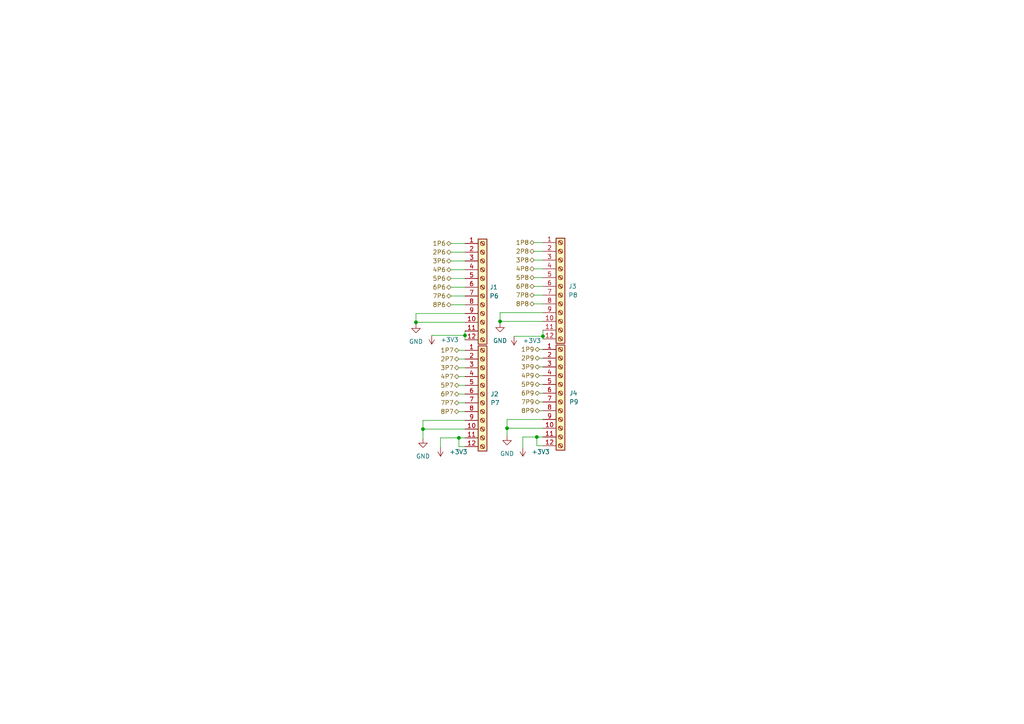
<source format=kicad_sch>
(kicad_sch (version 20211123) (generator eeschema)
  (paper "A4")
  (lib_symbols
    (symbol "Connector:Screw_Terminal_01x12" (pin_names (offset 1.016) hide)
      (property "Reference" "J" (at 0 15.24 0))
      (property "Value" "Screw_Terminal_01x12" (at 0 -17.78 0))
      (symbol "Screw_Terminal_01x12_1_1"
        (rectangle (start -1.27 13.97) (end 1.27 -16.51) (stroke (width 0.254)) (fill (type background)))
        (circle (center 0 -15.24) (radius 0.635) (stroke (width 0.1524)))
        (circle (center 0 -12.7) (radius 0.635) (stroke (width 0.1524)))
        (circle (center 0 -10.16) (radius 0.635) (stroke (width 0.1524)))
        (circle (center 0 -7.62) (radius 0.635) (stroke (width 0.1524)))
        (circle (center 0 -5.08) (radius 0.635) (stroke (width 0.1524)))
        (circle (center 0 -2.54) (radius 0.635) (stroke (width 0.1524)))
        (polyline (pts (xy -0.5334 -14.9098) (xy 0.3302 -15.748)) (stroke (width 0.1524)))
        (polyline (pts (xy -0.5334 -12.3698) (xy 0.3302 -13.208)) (stroke (width 0.1524)))
        (polyline (pts (xy -0.5334 -9.8298) (xy 0.3302 -10.668)) (stroke (width 0.1524)))
        (polyline (pts (xy -0.5334 -7.2898) (xy 0.3302 -8.128)) (stroke (width 0.1524)))
        (polyline (pts (xy -0.5334 -4.7498) (xy 0.3302 -5.588)) (stroke (width 0.1524)))
        (polyline (pts (xy -0.5334 -2.2098) (xy 0.3302 -3.048)) (stroke (width 0.1524)))
        (polyline (pts (xy -0.5334 0.3302) (xy 0.3302 -0.508)) (stroke (width 0.1524)))
        (polyline (pts (xy -0.5334 2.8702) (xy 0.3302 2.032)) (stroke (width 0.1524)))
        (polyline (pts (xy -0.5334 5.4102) (xy 0.3302 4.572)) (stroke (width 0.1524)))
        (polyline (pts (xy -0.5334 7.9502) (xy 0.3302 7.112)) (stroke (width 0.1524)))
        (polyline (pts (xy -0.5334 10.4902) (xy 0.3302 9.652)) (stroke (width 0.1524)))
        (polyline (pts (xy -0.5334 13.0302) (xy 0.3302 12.192)) (stroke (width 0.1524)))
        (polyline (pts (xy -0.3556 -14.732) (xy 0.508 -15.5702)) (stroke (width 0.1524)))
        (polyline (pts (xy -0.3556 -12.192) (xy 0.508 -13.0302)) (stroke (width 0.1524)))
        (polyline (pts (xy -0.3556 -9.652) (xy 0.508 -10.4902)) (stroke (width 0.1524)))
        (polyline (pts (xy -0.3556 -7.112) (xy 0.508 -7.9502)) (stroke (width 0.1524)))
        (polyline (pts (xy -0.3556 -4.572) (xy 0.508 -5.4102)) (stroke (width 0.1524)))
        (polyline (pts (xy -0.3556 -2.032) (xy 0.508 -2.8702)) (stroke (width 0.1524)))
        (polyline (pts (xy -0.3556 0.508) (xy 0.508 -0.3302)) (stroke (width 0.1524)))
        (polyline (pts (xy -0.3556 3.048) (xy 0.508 2.2098)) (stroke (width 0.1524)))
        (polyline (pts (xy -0.3556 5.588) (xy 0.508 4.7498)) (stroke (width 0.1524)))
        (polyline (pts (xy -0.3556 8.128) (xy 0.508 7.2898)) (stroke (width 0.1524)))
        (polyline (pts (xy -0.3556 10.668) (xy 0.508 9.8298)) (stroke (width 0.1524)))
        (polyline (pts (xy -0.3556 13.208) (xy 0.508 12.3698)) (stroke (width 0.1524)))
        (circle (center 0 0) (radius 0.635) (stroke (width 0.1524)))
        (circle (center 0 2.54) (radius 0.635) (stroke (width 0.1524)))
        (circle (center 0 5.08) (radius 0.635) (stroke (width 0.1524)))
        (circle (center 0 7.62) (radius 0.635) (stroke (width 0.1524)))
        (circle (center 0 10.16) (radius 0.635) (stroke (width 0.1524)))
        (circle (center 0 12.7) (radius 0.635) (stroke (width 0.1524)))
        (pin passive line (at -5.08 12.7 0) (length 3.81) (name "Pin_1") (number "1"))
        (pin passive line (at -5.08 -10.16 0) (length 3.81) (name "Pin_10") (number "10"))
        (pin passive line (at -5.08 -12.7 0) (length 3.81) (name "Pin_11") (number "11"))
        (pin passive line (at -5.08 -15.24 0) (length 3.81) (name "Pin_12") (number "12"))
        (pin passive line (at -5.08 10.16 0) (length 3.81) (name "Pin_2") (number "2"))
        (pin passive line (at -5.08 7.62 0) (length 3.81) (name "Pin_3") (number "3"))
        (pin passive line (at -5.08 5.08 0) (length 3.81) (name "Pin_4") (number "4"))
        (pin passive line (at -5.08 2.54 0) (length 3.81) (name "Pin_5") (number "5"))
        (pin passive line (at -5.08 0 0) (length 3.81) (name "Pin_6") (number "6"))
        (pin passive line (at -5.08 -2.54 0) (length 3.81) (name "Pin_7") (number "7"))
        (pin passive line (at -5.08 -5.08 0) (length 3.81) (name "Pin_8") (number "8"))
        (pin passive line (at -5.08 -7.62 0) (length 3.81) (name "Pin_9") (number "9"))
      )
    )
    (symbol "power:+3V3" (power) (pin_names (offset 0))
      (property "Value" "+3V3" (at 0 3.556 0))
      (symbol "+3V3_0_1"
        (polyline (pts (xy -0.762 1.27) (xy 0 2.54)))
        (polyline (pts (xy 0 0) (xy 0 2.54)))
        (polyline (pts (xy 0 2.54) (xy 0.762 1.27)))
      )
      (symbol "+3V3_1_1"
        (pin power_in line (at 0 0 90) (length 0) hide (name "+3V3") (number "1"))
      )
    )
    (symbol "power:GND" (power) (pin_names (offset 0))
      (property "Value" "GND" (at 0 -3.81 0))
      (symbol "GND_0_1"
        (polyline (pts (xy 0 0) (xy 0 -1.27) (xy 1.27 -1.27) (xy 0 -2.54) (xy -1.27 -1.27) (xy 0 -1.27)))
      )
      (symbol "GND_1_1"
        (pin power_in line (at 0 0 270) (length 0) hide (name "GND") (number "1"))
      )
    )
  )
  (junction (at 147.066 124.206))
  (junction (at 134.874 97.282))
  (junction (at 157.48 97.536))
  (junction (at 145.034 93.218))
  (junction (at 155.702 126.746))
  (junction (at 122.682 124.46))
  (junction (at 133.096 127))
  (junction (at 120.65 93.472))
  (wire (pts (xy 147.066 124.206) (xy 157.48 124.206)))
  (wire (pts (xy 147.066 124.206) (xy 147.066 121.666)))
  (wire (pts (xy 127.762 129.794) (xy 127.762 127)))
  (wire (pts (xy 130.81 75.692) (xy 134.874 75.692)))
  (wire (pts (xy 154.94 83.058) (xy 157.48 83.058)))
  (wire (pts (xy 154.94 88.138) (xy 157.48 88.138)))
  (wire (pts (xy 147.066 126.492) (xy 147.066 124.206)))
  (wire (pts (xy 133.096 106.68) (xy 134.874 106.68)))
  (wire (pts (xy 145.034 93.218) (xy 157.48 93.218)))
  (wire (pts (xy 125.222 97.282) (xy 134.874 97.282)))
  (wire (pts (xy 120.65 93.472) (xy 134.874 93.472)))
  (wire (pts (xy 156.464 116.586) (xy 157.48 116.586)))
  (wire (pts (xy 145.034 93.726) (xy 145.034 93.218)))
  (wire (pts (xy 122.682 127.254) (xy 122.682 124.46)))
  (wire (pts (xy 127.762 127) (xy 133.096 127)))
  (wire (pts (xy 122.682 124.46) (xy 122.682 121.92)))
  (wire (pts (xy 156.464 111.506) (xy 157.48 111.506)))
  (wire (pts (xy 156.464 106.426) (xy 157.48 106.426)))
  (wire (pts (xy 156.464 103.886) (xy 157.48 103.886)))
  (wire (pts (xy 120.65 93.472) (xy 120.65 90.932)))
  (wire (pts (xy 134.874 97.282) (xy 134.874 96.012)))
  (wire (pts (xy 133.096 114.3) (xy 134.874 114.3)))
  (wire (pts (xy 147.066 121.666) (xy 157.48 121.666)))
  (wire (pts (xy 133.096 109.22) (xy 134.874 109.22)))
  (wire (pts (xy 134.874 97.282) (xy 134.874 98.552)))
  (wire (pts (xy 155.702 126.746) (xy 157.48 126.746)))
  (wire (pts (xy 134.874 129.54) (xy 133.096 129.54)))
  (wire (pts (xy 130.81 85.852) (xy 134.874 85.852)))
  (wire (pts (xy 151.638 129.794) (xy 151.638 126.746)))
  (wire (pts (xy 130.81 83.312) (xy 134.874 83.312)))
  (wire (pts (xy 154.94 85.598) (xy 157.48 85.598)))
  (wire (pts (xy 130.81 73.152) (xy 134.874 73.152)))
  (wire (pts (xy 145.034 90.678) (xy 157.48 90.678)))
  (wire (pts (xy 156.464 114.046) (xy 157.48 114.046)))
  (wire (pts (xy 133.096 111.76) (xy 134.874 111.76)))
  (wire (pts (xy 156.464 119.126) (xy 157.48 119.126)))
  (wire (pts (xy 120.65 93.98) (xy 120.65 93.472)))
  (wire (pts (xy 122.682 124.46) (xy 134.874 124.46)))
  (wire (pts (xy 156.464 101.346) (xy 157.48 101.346)))
  (wire (pts (xy 130.81 88.392) (xy 134.874 88.392)))
  (wire (pts (xy 156.464 108.966) (xy 157.48 108.966)))
  (wire (pts (xy 155.702 129.286) (xy 155.702 126.746)))
  (wire (pts (xy 157.48 97.536) (xy 157.48 98.298)))
  (wire (pts (xy 133.096 101.6) (xy 134.874 101.6)))
  (wire (pts (xy 149.098 97.536) (xy 157.48 97.536)))
  (wire (pts (xy 133.096 119.38) (xy 134.874 119.38)))
  (wire (pts (xy 133.096 116.84) (xy 134.874 116.84)))
  (wire (pts (xy 151.638 126.746) (xy 155.702 126.746)))
  (wire (pts (xy 157.48 129.286) (xy 155.702 129.286)))
  (wire (pts (xy 154.94 75.438) (xy 157.48 75.438)))
  (wire (pts (xy 130.81 78.232) (xy 134.874 78.232)))
  (wire (pts (xy 120.65 90.932) (xy 134.874 90.932)))
  (wire (pts (xy 154.94 77.978) (xy 157.48 77.978)))
  (wire (pts (xy 145.034 93.218) (xy 145.034 90.678)))
  (wire (pts (xy 122.682 121.92) (xy 134.874 121.92)))
  (wire (pts (xy 154.94 80.518) (xy 157.48 80.518)))
  (wire (pts (xy 154.94 70.358) (xy 157.48 70.358)))
  (wire (pts (xy 154.94 72.898) (xy 157.48 72.898)))
  (wire (pts (xy 133.096 104.14) (xy 134.874 104.14)))
  (wire (pts (xy 157.48 95.758) (xy 157.48 97.536)))
  (wire (pts (xy 130.81 80.772) (xy 134.874 80.772)))
  (wire (pts (xy 133.096 129.54) (xy 133.096 127)))
  (wire (pts (xy 133.096 127) (xy 134.874 127)))
  (wire (pts (xy 130.81 70.612) (xy 134.874 70.612)))
  (hierarchical_label "1P6" (shape bidirectional) (at 130.81 70.612 180))
  (hierarchical_label "8P6" (shape bidirectional) (at 130.81 88.392 180))
  (hierarchical_label "1P9" (shape bidirectional) (at 156.464 101.346 180))
  (hierarchical_label "8P7" (shape bidirectional) (at 133.096 119.38 180))
  (hierarchical_label "4P6" (shape bidirectional) (at 130.81 78.232 180))
  (hierarchical_label "8P9" (shape bidirectional) (at 156.464 119.126 180))
  (hierarchical_label "7P7" (shape bidirectional) (at 133.096 116.84 180))
  (hierarchical_label "3P9" (shape bidirectional) (at 156.464 106.426 180))
  (hierarchical_label "5P9" (shape bidirectional) (at 156.464 111.506 180))
  (hierarchical_label "6P8" (shape bidirectional) (at 154.94 83.058 180))
  (hierarchical_label "5P7" (shape bidirectional) (at 133.096 111.76 180))
  (hierarchical_label "8P8" (shape bidirectional) (at 154.94 88.138 180))
  (hierarchical_label "5P6" (shape bidirectional) (at 130.81 80.772 180))
  (hierarchical_label "1P7" (shape bidirectional) (at 133.096 101.6 180))
  (hierarchical_label "3P6" (shape bidirectional) (at 130.81 75.692 180))
  (hierarchical_label "4P7" (shape bidirectional) (at 133.096 109.22 180))
  (hierarchical_label "6P9" (shape bidirectional) (at 156.464 114.046 180))
  (hierarchical_label "3P8" (shape bidirectional) (at 154.94 75.438 180))
  (hierarchical_label "2P8" (shape bidirectional) (at 154.94 72.898 180))
  (hierarchical_label "4P9" (shape bidirectional) (at 156.464 108.966 180))
  (hierarchical_label "2P6" (shape bidirectional) (at 130.81 73.152 180))
  (hierarchical_label "2P7" (shape bidirectional) (at 133.096 104.14 180))
  (hierarchical_label "3P7" (shape bidirectional) (at 133.096 106.68 180))
  (hierarchical_label "5P8" (shape bidirectional) (at 154.94 80.518 180))
  (hierarchical_label "1P8" (shape bidirectional) (at 154.94 70.358 180))
  (hierarchical_label "2P9" (shape bidirectional) (at 156.464 103.886 180))
  (hierarchical_label "4P8" (shape bidirectional) (at 154.94 77.978 180))
  (hierarchical_label "7P9" (shape bidirectional) (at 156.464 116.586 180))
  (hierarchical_label "7P8" (shape bidirectional) (at 154.94 85.598 180))
  (hierarchical_label "6P6" (shape bidirectional) (at 130.81 83.312 180))
  (hierarchical_label "6P7" (shape bidirectional) (at 133.096 114.3 180))
  (hierarchical_label "7P6" (shape bidirectional) (at 130.81 85.852 180))
  (symbol (lib_id "power:+3V3") (at 125.222 97.282 180) (unit 1)
    (property "Reference" "#PWR0108" (effects hide))
    (property "Value" "+3V3" (at 127.762 98.5519 0) (effects (justify right)))
  )
  (symbol (lib_id "power:GND") (at 145.034 93.726 0) (unit 1)
    (property "Reference" "#PWR0106" (effects hide))
    (property "Value" "GND" (at 145.034 98.806 0))
  )
  (symbol (lib_id "power:+3V3") (at 151.638 129.794 180) (unit 1)
    (property "Reference" "#PWR0102" (effects hide))
    (property "Value" "+3V3" (at 154.178 131.0639 0) (effects (justify right)))
  )
  (symbol (lib_id "power:+3V3") (at 149.098 97.536 180) (unit 1)
    (property "Reference" "#PWR0105" (effects hide))
    (property "Value" "+3V3" (at 151.638 98.8059 0) (effects (justify right)))
  )
  (symbol (lib_id "Connector:Screw_Terminal_01x12") (at 162.56 83.058 0) (unit 1)
    (property "Reference" "J3" (at 164.846 83.0579 0) (effects (justify left)))
    (property "Value" "P8" (at 164.846 85.5979 0) (effects (justify left)))
    (property "Footprint" "Connector_PinHeader_2.54mm:PinHeader_2x06_P2.54mm_Vertical" (effects hide))
  )
  (symbol (lib_id "power:GND") (at 147.066 126.492 0) (unit 1)
    (property "Reference" "#PWR0101" (effects hide))
    (property "Value" "GND" (at 147.066 131.572 0))
  )
  (symbol (lib_id "Connector:Screw_Terminal_01x12") (at 162.56 114.046 0) (unit 1)
    (property "Reference" "J4" (at 165.1 114.0459 0) (effects (justify left)))
    (property "Value" "P9" (at 165.1 116.5859 0) (effects (justify left)))
    (property "Footprint" "Connector_PinHeader_2.54mm:PinHeader_2x06_P2.54mm_Vertical" (effects hide))
  )
  (symbol (lib_id "power:+3V3") (at 127.762 129.794 180) (unit 1)
    (property "Reference" "#PWR0103" (effects hide))
    (property "Value" "+3V3" (at 130.302 131.0639 0) (effects (justify right)))
  )
  (symbol (lib_id "Connector:Screw_Terminal_01x12") (at 139.954 83.312 0) (unit 1)
    (property "Reference" "J1" (at 141.986 83.3119 0) (effects (justify left)))
    (property "Value" "P6" (at 141.986 85.8519 0) (effects (justify left)))
    (property "Footprint" "Connector_PinHeader_2.54mm:PinHeader_2x06_P2.54mm_Vertical" (effects hide))
  )
  (symbol (lib_id "power:GND") (at 122.682 127.254 0) (unit 1)
    (property "Reference" "#PWR0104" (effects hide))
    (property "Value" "GND" (at 122.682 132.334 0))
  )
  (symbol (lib_id "Connector:Screw_Terminal_01x12") (at 139.954 114.3 0) (unit 1)
    (property "Reference" "J2" (at 142.24 114.2999 0) (effects (justify left)))
    (property "Value" "P7" (at 142.24 116.8399 0) (effects (justify left)))
    (property "Footprint" "Connector_PinHeader_2.54mm:PinHeader_2x06_P2.54mm_Vertical" (effects hide))
  )
  (symbol (lib_id "power:GND") (at 120.65 93.98 0) (unit 1)
    (property "Reference" "#PWR0107" (effects hide))
    (property "Value" "GND" (at 120.65 99.06 0))
  )
)
</source>
